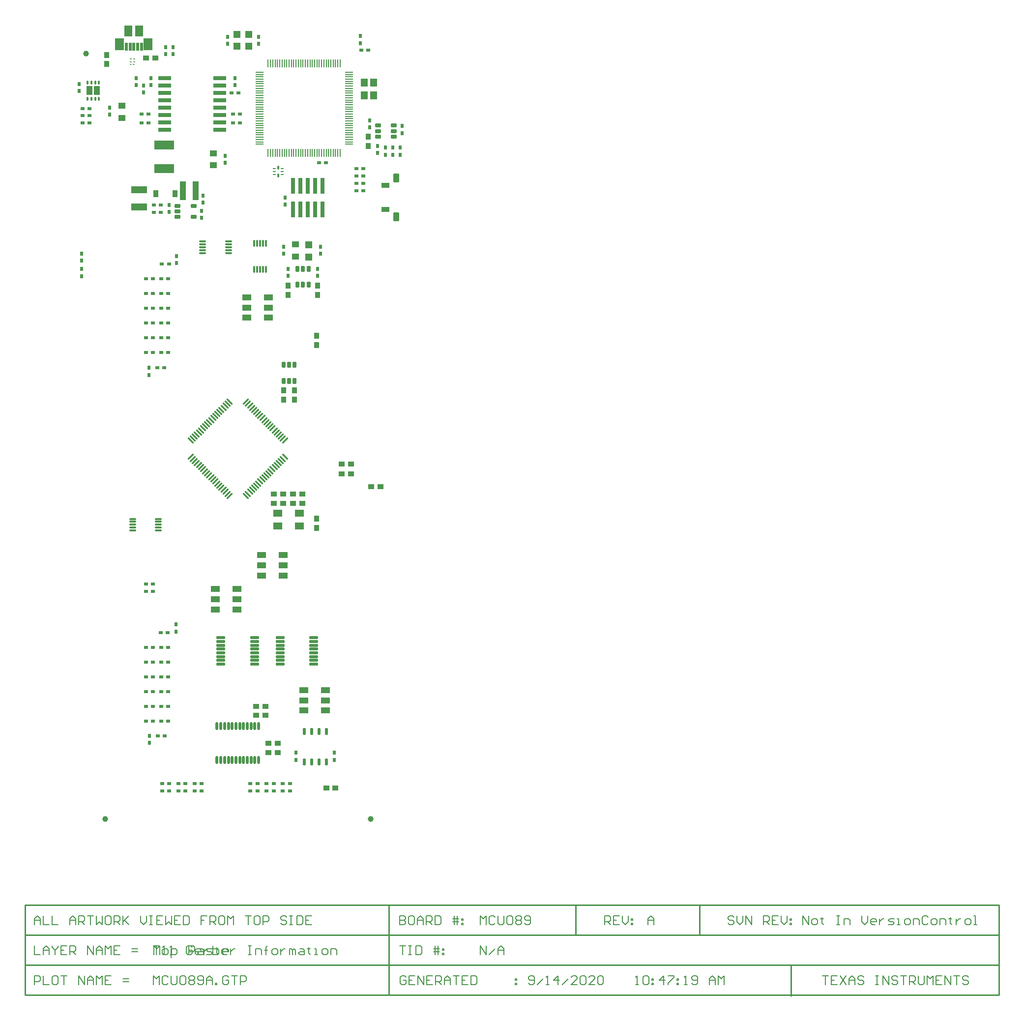
<source format=gtp>
G04*
G04 #@! TF.GenerationSoftware,Altium Limited,Altium Designer,20.1.14 (287)*
G04*
G04 Layer_Color=9021481*
%FSAX25Y25*%
%MOIN*%
G70*
G04*
G04 #@! TF.SameCoordinates,8DC34975-1D0C-4FB0-AB39-1F5E8F216BA0*
G04*
G04*
G04 #@! TF.FilePolarity,Positive*
G04*
G01*
G75*
%ADD13C,0.01000*%
%ADD22C,0.00800*%
G04:AMPARAMS|DCode=34|XSize=57.87mil|YSize=41.73mil|CornerRadius=1.88mil|HoleSize=0mil|Usage=FLASHONLY|Rotation=270.000|XOffset=0mil|YOffset=0mil|HoleType=Round|Shape=RoundedRectangle|*
%AMROUNDEDRECTD34*
21,1,0.05787,0.03798,0,0,270.0*
21,1,0.05412,0.04173,0,0,270.0*
1,1,0.00376,-0.01899,-0.02706*
1,1,0.00376,-0.01899,0.02706*
1,1,0.00376,0.01899,0.02706*
1,1,0.00376,0.01899,-0.02706*
%
%ADD34ROUNDEDRECTD34*%
%ADD35R,0.13386X0.06299*%
%ADD36R,0.04724X0.04331*%
%ADD37R,0.03937X0.12598*%
%ADD38R,0.06299X0.03937*%
%ADD39R,0.06299X0.03937*%
G04:AMPARAMS|DCode=40|XSize=57.09mil|YSize=39.37mil|CornerRadius=1.97mil|HoleSize=0mil|Usage=FLASHONLY|Rotation=270.000|XOffset=0mil|YOffset=0mil|HoleType=Round|Shape=RoundedRectangle|*
%AMROUNDEDRECTD40*
21,1,0.05709,0.03543,0,0,270.0*
21,1,0.05315,0.03937,0,0,270.0*
1,1,0.00394,-0.01772,-0.02657*
1,1,0.00394,-0.01772,0.02657*
1,1,0.00394,0.01772,0.02657*
1,1,0.00394,0.01772,-0.02657*
%
%ADD40ROUNDEDRECTD40*%
G04:AMPARAMS|DCode=41|XSize=35.43mil|YSize=51.18mil|CornerRadius=1.95mil|HoleSize=0mil|Usage=FLASHONLY|Rotation=270.000|XOffset=0mil|YOffset=0mil|HoleType=Round|Shape=RoundedRectangle|*
%AMROUNDEDRECTD41*
21,1,0.03543,0.04728,0,0,270.0*
21,1,0.03154,0.05118,0,0,270.0*
1,1,0.00390,-0.02364,-0.01577*
1,1,0.00390,-0.02364,0.01577*
1,1,0.00390,0.02364,0.01577*
1,1,0.00390,0.02364,-0.01577*
%
%ADD41ROUNDEDRECTD41*%
G04:AMPARAMS|DCode=42|XSize=25.59mil|YSize=88.58mil|CornerRadius=1.92mil|HoleSize=0mil|Usage=FLASHONLY|Rotation=270.000|XOffset=0mil|YOffset=0mil|HoleType=Round|Shape=RoundedRectangle|*
%AMROUNDEDRECTD42*
21,1,0.02559,0.08474,0,0,270.0*
21,1,0.02175,0.08858,0,0,270.0*
1,1,0.00384,-0.04237,-0.01088*
1,1,0.00384,-0.04237,0.01088*
1,1,0.00384,0.04237,0.01088*
1,1,0.00384,0.04237,-0.01088*
%
%ADD42ROUNDEDRECTD42*%
%ADD43R,0.03602X0.04803*%
%ADD44R,0.02913X0.10984*%
G04:AMPARAMS|DCode=45|XSize=9.84mil|YSize=21.65mil|CornerRadius=1.97mil|HoleSize=0mil|Usage=FLASHONLY|Rotation=270.000|XOffset=0mil|YOffset=0mil|HoleType=Round|Shape=RoundedRectangle|*
%AMROUNDEDRECTD45*
21,1,0.00984,0.01772,0,0,270.0*
21,1,0.00591,0.02165,0,0,270.0*
1,1,0.00394,-0.00886,-0.00295*
1,1,0.00394,-0.00886,0.00295*
1,1,0.00394,0.00886,0.00295*
1,1,0.00394,0.00886,-0.00295*
%
%ADD45ROUNDEDRECTD45*%
G04:AMPARAMS|DCode=46|XSize=7.87mil|YSize=21.65mil|CornerRadius=1.97mil|HoleSize=0mil|Usage=FLASHONLY|Rotation=270.000|XOffset=0mil|YOffset=0mil|HoleType=Round|Shape=RoundedRectangle|*
%AMROUNDEDRECTD46*
21,1,0.00787,0.01772,0,0,270.0*
21,1,0.00394,0.02165,0,0,270.0*
1,1,0.00394,-0.00886,-0.00197*
1,1,0.00394,-0.00886,0.00197*
1,1,0.00394,0.00886,0.00197*
1,1,0.00394,0.00886,-0.00197*
%
%ADD46ROUNDEDRECTD46*%
G04:AMPARAMS|DCode=47|XSize=11.81mil|YSize=23.62mil|CornerRadius=1.95mil|HoleSize=0mil|Usage=FLASHONLY|Rotation=180.000|XOffset=0mil|YOffset=0mil|HoleType=Round|Shape=RoundedRectangle|*
%AMROUNDEDRECTD47*
21,1,0.01181,0.01972,0,0,180.0*
21,1,0.00791,0.02362,0,0,180.0*
1,1,0.00390,-0.00396,0.00986*
1,1,0.00390,0.00396,0.00986*
1,1,0.00390,0.00396,-0.00986*
1,1,0.00390,-0.00396,-0.00986*
%
%ADD47ROUNDEDRECTD47*%
%ADD48O,0.01772X0.05512*%
G04:AMPARAMS|DCode=49|XSize=59.06mil|YSize=17.72mil|CornerRadius=1.95mil|HoleSize=0mil|Usage=FLASHONLY|Rotation=180.000|XOffset=0mil|YOffset=0mil|HoleType=Round|Shape=RoundedRectangle|*
%AMROUNDEDRECTD49*
21,1,0.05906,0.01382,0,0,180.0*
21,1,0.05516,0.01772,0,0,180.0*
1,1,0.00390,-0.02758,0.00691*
1,1,0.00390,0.02758,0.00691*
1,1,0.00390,0.02758,-0.00691*
1,1,0.00390,-0.02758,-0.00691*
%
%ADD49ROUNDEDRECTD49*%
G04:AMPARAMS|DCode=50|XSize=11.81mil|YSize=57.09mil|CornerRadius=0mil|HoleSize=0mil|Usage=FLASHONLY|Rotation=45.000|XOffset=0mil|YOffset=0mil|HoleType=Round|Shape=Round|*
%AMOVALD50*
21,1,0.04528,0.01181,0.00000,0.00000,135.0*
1,1,0.01181,0.01601,-0.01601*
1,1,0.01181,-0.01601,0.01601*
%
%ADD50OVALD50*%

G04:AMPARAMS|DCode=51|XSize=11.81mil|YSize=57.09mil|CornerRadius=0mil|HoleSize=0mil|Usage=FLASHONLY|Rotation=315.000|XOffset=0mil|YOffset=0mil|HoleType=Round|Shape=Round|*
%AMOVALD51*
21,1,0.04528,0.01181,0.00000,0.00000,45.0*
1,1,0.01181,-0.01601,-0.01601*
1,1,0.01181,0.01601,0.01601*
%
%ADD51OVALD51*%

%ADD52O,0.05512X0.00787*%
%ADD53O,0.00787X0.05512*%
%ADD54R,0.04724X0.05512*%
G04:AMPARAMS|DCode=55|XSize=17.72mil|YSize=54.33mil|CornerRadius=1.95mil|HoleSize=0mil|Usage=FLASHONLY|Rotation=0.000|XOffset=0mil|YOffset=0mil|HoleType=Round|Shape=RoundedRectangle|*
%AMROUNDEDRECTD55*
21,1,0.01772,0.05043,0,0,0.0*
21,1,0.01382,0.05433,0,0,0.0*
1,1,0.00390,0.00691,-0.02522*
1,1,0.00390,-0.00691,-0.02522*
1,1,0.00390,-0.00691,0.02522*
1,1,0.00390,0.00691,0.02522*
%
%ADD55ROUNDEDRECTD55*%
G04:AMPARAMS|DCode=56|XSize=54.13mil|YSize=74.8mil|CornerRadius=1.9mil|HoleSize=0mil|Usage=FLASHONLY|Rotation=0.000|XOffset=0mil|YOffset=0mil|HoleType=Round|Shape=RoundedRectangle|*
%AMROUNDEDRECTD56*
21,1,0.05413,0.07101,0,0,0.0*
21,1,0.05034,0.07480,0,0,0.0*
1,1,0.00379,0.02517,-0.03551*
1,1,0.00379,-0.02517,-0.03551*
1,1,0.00379,-0.02517,0.03551*
1,1,0.00379,0.02517,0.03551*
%
%ADD56ROUNDEDRECTD56*%
G04:AMPARAMS|DCode=57|XSize=58.07mil|YSize=82.68mil|CornerRadius=2.03mil|HoleSize=0mil|Usage=FLASHONLY|Rotation=0.000|XOffset=0mil|YOffset=0mil|HoleType=Round|Shape=RoundedRectangle|*
%AMROUNDEDRECTD57*
21,1,0.05807,0.07861,0,0,0.0*
21,1,0.05401,0.08268,0,0,0.0*
1,1,0.00407,0.02700,-0.03931*
1,1,0.00407,-0.02700,-0.03931*
1,1,0.00407,-0.02700,0.03931*
1,1,0.00407,0.02700,0.03931*
%
%ADD57ROUNDEDRECTD57*%
%ADD58R,0.04724X0.04724*%
%ADD59C,0.03937*%
%ADD60R,0.06299X0.04921*%
G04:AMPARAMS|DCode=61|XSize=7.87mil|YSize=13.78mil|CornerRadius=1.99mil|HoleSize=0mil|Usage=FLASHONLY|Rotation=270.000|XOffset=0mil|YOffset=0mil|HoleType=Round|Shape=RoundedRectangle|*
%AMROUNDEDRECTD61*
21,1,0.00787,0.00980,0,0,270.0*
21,1,0.00390,0.01378,0,0,270.0*
1,1,0.00398,-0.00490,-0.00195*
1,1,0.00398,-0.00490,0.00195*
1,1,0.00398,0.00490,0.00195*
1,1,0.00398,0.00490,-0.00195*
%
%ADD61ROUNDEDRECTD61*%
G04:AMPARAMS|DCode=62|XSize=7.87mil|YSize=11.81mil|CornerRadius=1.99mil|HoleSize=0mil|Usage=FLASHONLY|Rotation=270.000|XOffset=0mil|YOffset=0mil|HoleType=Round|Shape=RoundedRectangle|*
%AMROUNDEDRECTD62*
21,1,0.00787,0.00784,0,0,270.0*
21,1,0.00390,0.01181,0,0,270.0*
1,1,0.00398,-0.00392,-0.00195*
1,1,0.00398,-0.00392,0.00195*
1,1,0.00398,0.00392,0.00195*
1,1,0.00398,0.00392,-0.00195*
%
%ADD62ROUNDEDRECTD62*%
%ADD63O,0.01181X0.05315*%
G04:AMPARAMS|DCode=64|XSize=23.62mil|YSize=39.37mil|CornerRadius=2.01mil|HoleSize=0mil|Usage=FLASHONLY|Rotation=270.000|XOffset=0mil|YOffset=0mil|HoleType=Round|Shape=RoundedRectangle|*
%AMROUNDEDRECTD64*
21,1,0.02362,0.03535,0,0,270.0*
21,1,0.01961,0.03937,0,0,270.0*
1,1,0.00402,-0.01768,-0.00980*
1,1,0.00402,-0.01768,0.00980*
1,1,0.00402,0.01768,0.00980*
1,1,0.00402,0.01768,-0.00980*
%
%ADD64ROUNDEDRECTD64*%
G04:AMPARAMS|DCode=65|XSize=23.62mil|YSize=39.37mil|CornerRadius=2.01mil|HoleSize=0mil|Usage=FLASHONLY|Rotation=180.000|XOffset=0mil|YOffset=0mil|HoleType=Round|Shape=RoundedRectangle|*
%AMROUNDEDRECTD65*
21,1,0.02362,0.03535,0,0,180.0*
21,1,0.01961,0.03937,0,0,180.0*
1,1,0.00402,-0.00980,0.01768*
1,1,0.00402,0.00980,0.01768*
1,1,0.00402,0.00980,-0.01768*
1,1,0.00402,-0.00980,-0.01768*
%
%ADD65ROUNDEDRECTD65*%
%ADD66O,0.02165X0.04921*%
%ADD67R,0.10630X0.05118*%
%ADD68R,0.03740X0.03937*%
%ADD69R,0.02362X0.03150*%
%ADD70R,0.03150X0.02362*%
%ADD71R,0.03937X0.03740*%
%ADD72O,0.05315X0.01181*%
G54D13*
X0559400Y0039400D02*
Y0059683D01*
X0440500Y0040050D02*
X0700200D01*
Y0101050D01*
X0286500Y0040050D02*
Y0101050D01*
X0040000Y0040050D02*
Y0101050D01*
X0040050Y0040050D02*
X0197600D01*
X0040050D02*
Y0101050D01*
X0700200D01*
X0040000Y0040050D02*
X0440500D01*
X0040000Y0060383D02*
X0700000D01*
X0040000Y0080717D02*
X0700200D01*
X0413200D02*
Y0101050D01*
X0497200Y0080717D02*
Y0101050D01*
G54D22*
X0126900Y0073549D02*
X0130899D01*
X0128899D01*
Y0067551D01*
X0133898D02*
X0135897D01*
X0136897Y0068550D01*
Y0070550D01*
X0135897Y0071549D01*
X0133898D01*
X0132898Y0070550D01*
Y0068550D01*
X0133898Y0067551D01*
X0138896Y0065551D02*
Y0071549D01*
X0141895D01*
X0142895Y0070550D01*
Y0068550D01*
X0141895Y0067551D01*
X0138896D01*
X0150892D02*
Y0073549D01*
X0153891D01*
X0154891Y0072549D01*
Y0070550D01*
X0153891Y0069550D01*
X0150892D01*
X0157890Y0071549D02*
X0159889D01*
X0160889Y0070550D01*
Y0067551D01*
X0157890D01*
X0156890Y0068550D01*
X0157890Y0069550D01*
X0160889D01*
X0162888Y0067551D02*
X0165887D01*
X0166887Y0068550D01*
X0165887Y0069550D01*
X0163888D01*
X0162888Y0070550D01*
X0163888Y0071549D01*
X0166887D01*
X0169886Y0072549D02*
Y0071549D01*
X0168886D01*
X0170886D01*
X0169886D01*
Y0068550D01*
X0170886Y0067551D01*
X0176884D02*
X0174884D01*
X0173885Y0068550D01*
Y0070550D01*
X0174884Y0071549D01*
X0176884D01*
X0177884Y0070550D01*
Y0069550D01*
X0173885D01*
X0127200Y0067400D02*
Y0073398D01*
X0129199Y0071399D01*
X0131199Y0073398D01*
Y0067400D01*
X0133198D02*
X0135197D01*
X0134198D01*
Y0073398D01*
X0133198Y0072398D01*
X0138196Y0067400D02*
X0140196D01*
X0139196D01*
Y0073398D01*
X0138196Y0072398D01*
X0153192D02*
X0152192Y0073398D01*
X0150193D01*
X0149193Y0072398D01*
Y0068400D01*
X0150193Y0067400D01*
X0152192D01*
X0153192Y0068400D01*
Y0070399D01*
X0151192D01*
X0158190Y0067400D02*
X0156191D01*
X0155191Y0068400D01*
Y0070399D01*
X0156191Y0071399D01*
X0158190D01*
X0159190Y0070399D01*
Y0069399D01*
X0155191D01*
X0161189Y0071399D02*
Y0067400D01*
Y0069399D01*
X0162189Y0070399D01*
X0163188Y0071399D01*
X0164188D01*
X0167187Y0073398D02*
Y0067400D01*
X0170186D01*
X0171186Y0068400D01*
Y0069399D01*
Y0070399D01*
X0170186Y0071399D01*
X0167187D01*
X0176184Y0067400D02*
X0174185D01*
X0173185Y0068400D01*
Y0070399D01*
X0174185Y0071399D01*
X0176184D01*
X0177184Y0070399D01*
Y0069399D01*
X0173185D01*
X0179183Y0071399D02*
Y0067400D01*
Y0069399D01*
X0180183Y0070399D01*
X0181183Y0071399D01*
X0182182D01*
X0191179Y0073398D02*
X0193179D01*
X0192179D01*
Y0067400D01*
X0191179D01*
X0193179D01*
X0196178D02*
Y0071399D01*
X0199177D01*
X0200176Y0070399D01*
Y0067400D01*
X0203175D02*
Y0072398D01*
Y0070399D01*
X0202176D01*
X0204175D01*
X0203175D01*
Y0072398D01*
X0204175Y0073398D01*
X0208174Y0067400D02*
X0210173D01*
X0211173Y0068400D01*
Y0070399D01*
X0210173Y0071399D01*
X0208174D01*
X0207174Y0070399D01*
Y0068400D01*
X0208174Y0067400D01*
X0213172Y0071399D02*
Y0067400D01*
Y0069399D01*
X0214172Y0070399D01*
X0215172Y0071399D01*
X0216171D01*
X0219170Y0067400D02*
Y0071399D01*
X0220170D01*
X0221170Y0070399D01*
Y0067400D01*
Y0070399D01*
X0222169Y0071399D01*
X0223169Y0070399D01*
Y0067400D01*
X0226168Y0071399D02*
X0228167D01*
X0229167Y0070399D01*
Y0067400D01*
X0226168D01*
X0225168Y0068400D01*
X0226168Y0069399D01*
X0229167D01*
X0232166Y0072398D02*
Y0071399D01*
X0231166D01*
X0233166D01*
X0232166D01*
Y0068400D01*
X0233166Y0067400D01*
X0236165D02*
X0238164D01*
X0237164D01*
Y0071399D01*
X0236165D01*
X0242163Y0067400D02*
X0244162D01*
X0245162Y0068400D01*
Y0070399D01*
X0244162Y0071399D01*
X0242163D01*
X0241163Y0070399D01*
Y0068400D01*
X0242163Y0067400D01*
X0247161D02*
Y0071399D01*
X0250160D01*
X0251160Y0070399D01*
Y0067400D01*
X0348550Y0067500D02*
Y0073498D01*
X0352549Y0067500D01*
Y0073498D01*
X0354548Y0067500D02*
X0358547Y0071499D01*
X0360546Y0067500D02*
Y0071499D01*
X0362545Y0073498D01*
X0364545Y0071499D01*
Y0067500D01*
Y0070499D01*
X0360546D01*
X0294000Y0073498D02*
X0297999D01*
X0295999D01*
Y0067500D01*
X0299998Y0073498D02*
X0301997D01*
X0300998D01*
Y0067500D01*
X0299998D01*
X0301997D01*
X0304996Y0073498D02*
Y0067500D01*
X0307996D01*
X0308995Y0068500D01*
Y0072498D01*
X0307996Y0073498D01*
X0304996D01*
X0317992Y0067500D02*
Y0073498D01*
X0319992D02*
Y0067500D01*
X0316993Y0071499D02*
X0319992D01*
X0320991D01*
X0316993Y0069499D02*
X0320991D01*
X0322991Y0071499D02*
X0323990D01*
Y0070499D01*
X0322991D01*
Y0071499D01*
Y0068500D02*
X0323990D01*
Y0067500D01*
X0322991D01*
Y0068500D01*
X0580500Y0052965D02*
X0584499D01*
X0582499D01*
Y0046966D01*
X0590497Y0052965D02*
X0586498D01*
Y0046966D01*
X0590497D01*
X0586498Y0049966D02*
X0588497D01*
X0592496Y0052965D02*
X0596495Y0046966D01*
Y0052965D02*
X0592496Y0046966D01*
X0598494D02*
Y0050965D01*
X0600493Y0052965D01*
X0602493Y0050965D01*
Y0046966D01*
Y0049966D01*
X0598494D01*
X0608491Y0051965D02*
X0607491Y0052965D01*
X0605492D01*
X0604492Y0051965D01*
Y0050965D01*
X0605492Y0049966D01*
X0607491D01*
X0608491Y0048966D01*
Y0047966D01*
X0607491Y0046966D01*
X0605492D01*
X0604492Y0047966D01*
X0616488Y0052965D02*
X0618488D01*
X0617488D01*
Y0046966D01*
X0616488D01*
X0618488D01*
X0621487D02*
Y0052965D01*
X0625486Y0046966D01*
Y0052965D01*
X0631484Y0051965D02*
X0630484Y0052965D01*
X0628484D01*
X0627485Y0051965D01*
Y0050965D01*
X0628484Y0049966D01*
X0630484D01*
X0631484Y0048966D01*
Y0047966D01*
X0630484Y0046966D01*
X0628484D01*
X0627485Y0047966D01*
X0633483Y0052965D02*
X0637482D01*
X0635482D01*
Y0046966D01*
X0639481D02*
Y0052965D01*
X0642480D01*
X0643480Y0051965D01*
Y0049966D01*
X0642480Y0048966D01*
X0639481D01*
X0641480D02*
X0643480Y0046966D01*
X0645479Y0052965D02*
Y0047966D01*
X0646479Y0046966D01*
X0648478D01*
X0649478Y0047966D01*
Y0052965D01*
X0651477Y0046966D02*
Y0052965D01*
X0653476Y0050965D01*
X0655476Y0052965D01*
Y0046966D01*
X0661474Y0052965D02*
X0657475D01*
Y0046966D01*
X0661474D01*
X0657475Y0049966D02*
X0659474D01*
X0663473Y0046966D02*
Y0052965D01*
X0667472Y0046966D01*
Y0052965D01*
X0669471D02*
X0673470D01*
X0671471D01*
Y0046966D01*
X0679468Y0051965D02*
X0678468Y0052965D01*
X0676469D01*
X0675469Y0051965D01*
Y0050965D01*
X0676469Y0049966D01*
X0678468D01*
X0679468Y0048966D01*
Y0047966D01*
X0678468Y0046966D01*
X0676469D01*
X0675469Y0047966D01*
X0454050Y0046966D02*
X0456049D01*
X0455050D01*
Y0052965D01*
X0454050Y0051965D01*
X0459048D02*
X0460048Y0052965D01*
X0462047D01*
X0463047Y0051965D01*
Y0047966D01*
X0462047Y0046966D01*
X0460048D01*
X0459048Y0047966D01*
Y0051965D01*
X0465046Y0050965D02*
X0466046D01*
Y0049966D01*
X0465046D01*
Y0050965D01*
Y0047966D02*
X0466046D01*
Y0046966D01*
X0465046D01*
Y0047966D01*
X0473044Y0046966D02*
Y0052965D01*
X0470045Y0049966D01*
X0474044D01*
X0476043Y0052965D02*
X0480042D01*
Y0051965D01*
X0476043Y0047966D01*
Y0046966D01*
X0482041Y0050965D02*
X0483041D01*
Y0049966D01*
X0482041D01*
Y0050965D01*
Y0047966D02*
X0483041D01*
Y0046966D01*
X0482041D01*
Y0047966D01*
X0487039Y0046966D02*
X0489039D01*
X0488039D01*
Y0052965D01*
X0487039Y0051965D01*
X0492038Y0047966D02*
X0493037Y0046966D01*
X0495037D01*
X0496036Y0047966D01*
Y0051965D01*
X0495037Y0052965D01*
X0493037D01*
X0492038Y0051965D01*
Y0050965D01*
X0493037Y0049966D01*
X0496036D01*
X0504034Y0046966D02*
Y0050965D01*
X0506033Y0052965D01*
X0508033Y0050965D01*
Y0046966D01*
Y0049966D01*
X0504034D01*
X0510032Y0046966D02*
Y0052965D01*
X0512031Y0050965D01*
X0514031Y0052965D01*
Y0046966D01*
X0046350D02*
Y0052965D01*
X0049349D01*
X0050349Y0051965D01*
Y0049966D01*
X0049349Y0048966D01*
X0046350D01*
X0052348Y0052965D02*
Y0046966D01*
X0056347D01*
X0061345Y0052965D02*
X0059346D01*
X0058346Y0051965D01*
Y0047966D01*
X0059346Y0046966D01*
X0061345D01*
X0062345Y0047966D01*
Y0051965D01*
X0061345Y0052965D01*
X0064344D02*
X0068343D01*
X0066343D01*
Y0046966D01*
X0076340D02*
Y0052965D01*
X0080339Y0046966D01*
Y0052965D01*
X0082338Y0046966D02*
Y0050965D01*
X0084338Y0052965D01*
X0086337Y0050965D01*
Y0046966D01*
Y0049966D01*
X0082338D01*
X0088336Y0046966D02*
Y0052965D01*
X0090336Y0050965D01*
X0092335Y0052965D01*
Y0046966D01*
X0098333Y0052965D02*
X0094335D01*
Y0046966D01*
X0098333D01*
X0094335Y0049966D02*
X0096334D01*
X0106331Y0048966D02*
X0110329D01*
X0106331Y0050965D02*
X0110329D01*
X0046350Y0073549D02*
Y0067551D01*
X0050349D01*
X0052348D02*
Y0071549D01*
X0054347Y0073549D01*
X0056347Y0071549D01*
Y0067551D01*
Y0070550D01*
X0052348D01*
X0058346Y0073549D02*
Y0072549D01*
X0060346Y0070550D01*
X0062345Y0072549D01*
Y0073549D01*
X0060346Y0070550D02*
Y0067551D01*
X0068343Y0073549D02*
X0064344D01*
Y0067551D01*
X0068343D01*
X0064344Y0070550D02*
X0066343D01*
X0070342Y0067551D02*
Y0073549D01*
X0073341D01*
X0074341Y0072549D01*
Y0070550D01*
X0073341Y0069550D01*
X0070342D01*
X0072342D02*
X0074341Y0067551D01*
X0082338D02*
Y0073549D01*
X0086337Y0067551D01*
Y0073549D01*
X0088336Y0067551D02*
Y0071549D01*
X0090336Y0073549D01*
X0092335Y0071549D01*
Y0067551D01*
Y0070550D01*
X0088336D01*
X0094335Y0067551D02*
Y0073549D01*
X0096334Y0071549D01*
X0098333Y0073549D01*
Y0067551D01*
X0104331Y0073549D02*
X0100332D01*
Y0067551D01*
X0104331D01*
X0100332Y0070550D02*
X0102332D01*
X0112329Y0069550D02*
X0116327D01*
X0112329Y0071549D02*
X0116327D01*
X0294000Y0093831D02*
Y0087833D01*
X0296999D01*
X0297999Y0088833D01*
Y0089833D01*
X0296999Y0090832D01*
X0294000D01*
X0296999D01*
X0297999Y0091832D01*
Y0092832D01*
X0296999Y0093831D01*
X0294000D01*
X0302997D02*
X0300998D01*
X0299998Y0092832D01*
Y0088833D01*
X0300998Y0087833D01*
X0302997D01*
X0303997Y0088833D01*
Y0092832D01*
X0302997Y0093831D01*
X0305996Y0087833D02*
Y0091832D01*
X0307996Y0093831D01*
X0309995Y0091832D01*
Y0087833D01*
Y0090832D01*
X0305996D01*
X0311994Y0087833D02*
Y0093831D01*
X0314993D01*
X0315993Y0092832D01*
Y0090832D01*
X0314993Y0089833D01*
X0311994D01*
X0313994D02*
X0315993Y0087833D01*
X0317992Y0093831D02*
Y0087833D01*
X0320991D01*
X0321991Y0088833D01*
Y0092832D01*
X0320991Y0093831D01*
X0317992D01*
X0330988Y0087833D02*
Y0093831D01*
X0332987D02*
Y0087833D01*
X0329988Y0091832D02*
X0332987D01*
X0333987D01*
X0329988Y0089833D02*
X0333987D01*
X0335986Y0091832D02*
X0336986D01*
Y0090832D01*
X0335986D01*
Y0091832D01*
Y0088833D02*
X0336986D01*
Y0087833D01*
X0335986D01*
Y0088833D01*
X0348550Y0087833D02*
Y0093831D01*
X0350549Y0091832D01*
X0352549Y0093831D01*
Y0087833D01*
X0358547Y0092832D02*
X0357547Y0093831D01*
X0355548D01*
X0354548Y0092832D01*
Y0088833D01*
X0355548Y0087833D01*
X0357547D01*
X0358547Y0088833D01*
X0360546Y0093831D02*
Y0088833D01*
X0361546Y0087833D01*
X0363545D01*
X0364545Y0088833D01*
Y0093831D01*
X0366544Y0092832D02*
X0367544Y0093831D01*
X0369543D01*
X0370543Y0092832D01*
Y0088833D01*
X0369543Y0087833D01*
X0367544D01*
X0366544Y0088833D01*
Y0092832D01*
X0372542D02*
X0373542Y0093831D01*
X0375541D01*
X0376541Y0092832D01*
Y0091832D01*
X0375541Y0090832D01*
X0376541Y0089833D01*
Y0088833D01*
X0375541Y0087833D01*
X0373542D01*
X0372542Y0088833D01*
Y0089833D01*
X0373542Y0090832D01*
X0372542Y0091832D01*
Y0092832D01*
X0373542Y0090832D02*
X0375541D01*
X0378540Y0088833D02*
X0379540Y0087833D01*
X0381539D01*
X0382539Y0088833D01*
Y0092832D01*
X0381539Y0093831D01*
X0379540D01*
X0378540Y0092832D01*
Y0091832D01*
X0379540Y0090832D01*
X0382539D01*
X0462150Y0087833D02*
Y0091832D01*
X0464149Y0093831D01*
X0466149Y0091832D01*
Y0087833D01*
Y0090832D01*
X0462150D01*
X0046350Y0087833D02*
Y0091832D01*
X0048349Y0093831D01*
X0050349Y0091832D01*
Y0087833D01*
Y0090832D01*
X0046350D01*
X0052348Y0093831D02*
Y0087833D01*
X0056347D01*
X0058346Y0093831D02*
Y0087833D01*
X0062345D01*
X0070342D02*
Y0091832D01*
X0072342Y0093831D01*
X0074341Y0091832D01*
Y0087833D01*
Y0090832D01*
X0070342D01*
X0076340Y0087833D02*
Y0093831D01*
X0079339D01*
X0080339Y0092832D01*
Y0090832D01*
X0079339Y0089833D01*
X0076340D01*
X0078340D02*
X0080339Y0087833D01*
X0082338Y0093831D02*
X0086337D01*
X0084338D01*
Y0087833D01*
X0088336Y0093831D02*
Y0087833D01*
X0090336Y0089833D01*
X0092335Y0087833D01*
Y0093831D01*
X0097334D02*
X0095334D01*
X0094335Y0092832D01*
Y0088833D01*
X0095334Y0087833D01*
X0097334D01*
X0098333Y0088833D01*
Y0092832D01*
X0097334Y0093831D01*
X0100332Y0087833D02*
Y0093831D01*
X0103332D01*
X0104331Y0092832D01*
Y0090832D01*
X0103332Y0089833D01*
X0100332D01*
X0102332D02*
X0104331Y0087833D01*
X0106331Y0093831D02*
Y0087833D01*
Y0089833D01*
X0110329Y0093831D01*
X0107330Y0090832D01*
X0110329Y0087833D01*
X0118327Y0093831D02*
Y0089833D01*
X0120326Y0087833D01*
X0122325Y0089833D01*
Y0093831D01*
X0124325D02*
X0126324D01*
X0125324D01*
Y0087833D01*
X0124325D01*
X0126324D01*
X0133322Y0093831D02*
X0129323D01*
Y0087833D01*
X0133322D01*
X0129323Y0090832D02*
X0131323D01*
X0135321Y0093831D02*
Y0087833D01*
X0137321Y0089833D01*
X0139320Y0087833D01*
Y0093831D01*
X0145318D02*
X0141319D01*
Y0087833D01*
X0145318D01*
X0141319Y0090832D02*
X0143319D01*
X0147317Y0093831D02*
Y0087833D01*
X0150316D01*
X0151316Y0088833D01*
Y0092832D01*
X0150316Y0093831D01*
X0147317D01*
X0163312D02*
X0159313D01*
Y0090832D01*
X0161313D01*
X0159313D01*
Y0087833D01*
X0165312D02*
Y0093831D01*
X0168310D01*
X0169310Y0092832D01*
Y0090832D01*
X0168310Y0089833D01*
X0165312D01*
X0167311D02*
X0169310Y0087833D01*
X0174309Y0093831D02*
X0172309D01*
X0171310Y0092832D01*
Y0088833D01*
X0172309Y0087833D01*
X0174309D01*
X0175308Y0088833D01*
Y0092832D01*
X0174309Y0093831D01*
X0177308Y0087833D02*
Y0093831D01*
X0179307Y0091832D01*
X0181306Y0093831D01*
Y0087833D01*
X0189304Y0093831D02*
X0193303D01*
X0191303D01*
Y0087833D01*
X0198301Y0093831D02*
X0196301D01*
X0195302Y0092832D01*
Y0088833D01*
X0196301Y0087833D01*
X0198301D01*
X0199301Y0088833D01*
Y0092832D01*
X0198301Y0093831D01*
X0201300Y0087833D02*
Y0093831D01*
X0204299D01*
X0205299Y0092832D01*
Y0090832D01*
X0204299Y0089833D01*
X0201300D01*
X0217295Y0092832D02*
X0216295Y0093831D01*
X0214296D01*
X0213296Y0092832D01*
Y0091832D01*
X0214296Y0090832D01*
X0216295D01*
X0217295Y0089833D01*
Y0088833D01*
X0216295Y0087833D01*
X0214296D01*
X0213296Y0088833D01*
X0219294Y0093831D02*
X0221293D01*
X0220294D01*
Y0087833D01*
X0219294D01*
X0221293D01*
X0224292Y0093831D02*
Y0087833D01*
X0227291D01*
X0228291Y0088833D01*
Y0092832D01*
X0227291Y0093831D01*
X0224292D01*
X0234289D02*
X0230291D01*
Y0087833D01*
X0234289D01*
X0230291Y0090832D02*
X0232290D01*
X0298199Y0051965D02*
X0297199Y0052965D01*
X0295200D01*
X0294200Y0051965D01*
Y0047966D01*
X0295200Y0046966D01*
X0297199D01*
X0298199Y0047966D01*
Y0049966D01*
X0296199D01*
X0304197Y0052965D02*
X0300198D01*
Y0046966D01*
X0304197D01*
X0300198Y0049966D02*
X0302197D01*
X0306196Y0046966D02*
Y0052965D01*
X0310195Y0046966D01*
Y0052965D01*
X0316193D02*
X0312194D01*
Y0046966D01*
X0316193D01*
X0312194Y0049966D02*
X0314194D01*
X0318192Y0046966D02*
Y0052965D01*
X0321191D01*
X0322191Y0051965D01*
Y0049966D01*
X0321191Y0048966D01*
X0318192D01*
X0320192D02*
X0322191Y0046966D01*
X0324190D02*
Y0050965D01*
X0326190Y0052965D01*
X0328189Y0050965D01*
Y0046966D01*
Y0049966D01*
X0324190D01*
X0330188Y0052965D02*
X0334187D01*
X0332188D01*
Y0046966D01*
X0340185Y0052965D02*
X0336186D01*
Y0046966D01*
X0340185D01*
X0336186Y0049966D02*
X0338186D01*
X0342184Y0052965D02*
Y0046966D01*
X0345183D01*
X0346183Y0047966D01*
Y0051965D01*
X0345183Y0052965D01*
X0342184D01*
X0372175Y0050965D02*
X0373175D01*
Y0049966D01*
X0372175D01*
Y0050965D01*
Y0047966D02*
X0373175D01*
Y0046966D01*
X0372175D01*
Y0047966D01*
X0381150D02*
X0382150Y0046966D01*
X0384149D01*
X0385149Y0047966D01*
Y0051965D01*
X0384149Y0052965D01*
X0382150D01*
X0381150Y0051965D01*
Y0050965D01*
X0382150Y0049966D01*
X0385149D01*
X0387148Y0046966D02*
X0391147Y0050965D01*
X0393146Y0046966D02*
X0395146D01*
X0394146D01*
Y0052965D01*
X0393146Y0051965D01*
X0401144Y0046966D02*
Y0052965D01*
X0398145Y0049966D01*
X0402143D01*
X0404143Y0046966D02*
X0408141Y0050965D01*
X0414139Y0046966D02*
X0410141D01*
X0414139Y0050965D01*
Y0051965D01*
X0413140Y0052965D01*
X0411140D01*
X0410141Y0051965D01*
X0416139D02*
X0417138Y0052965D01*
X0419138D01*
X0420137Y0051965D01*
Y0047966D01*
X0419138Y0046966D01*
X0417138D01*
X0416139Y0047966D01*
Y0051965D01*
X0426135Y0046966D02*
X0422137D01*
X0426135Y0050965D01*
Y0051965D01*
X0425136Y0052965D01*
X0423136D01*
X0422137Y0051965D01*
X0428135D02*
X0429135Y0052965D01*
X0431134D01*
X0432133Y0051965D01*
Y0047966D01*
X0431134Y0046966D01*
X0429135D01*
X0428135Y0047966D01*
Y0051965D01*
X0126900Y0046966D02*
Y0052965D01*
X0128899Y0050965D01*
X0130899Y0052965D01*
Y0046966D01*
X0136897Y0051965D02*
X0135897Y0052965D01*
X0133898D01*
X0132898Y0051965D01*
Y0047966D01*
X0133898Y0046966D01*
X0135897D01*
X0136897Y0047966D01*
X0138896Y0052965D02*
Y0047966D01*
X0139896Y0046966D01*
X0141895D01*
X0142895Y0047966D01*
Y0052965D01*
X0144894Y0051965D02*
X0145894Y0052965D01*
X0147893D01*
X0148893Y0051965D01*
Y0047966D01*
X0147893Y0046966D01*
X0145894D01*
X0144894Y0047966D01*
Y0051965D01*
X0150892D02*
X0151892Y0052965D01*
X0153891D01*
X0154891Y0051965D01*
Y0050965D01*
X0153891Y0049966D01*
X0154891Y0048966D01*
Y0047966D01*
X0153891Y0046966D01*
X0151892D01*
X0150892Y0047966D01*
Y0048966D01*
X0151892Y0049966D01*
X0150892Y0050965D01*
Y0051965D01*
X0151892Y0049966D02*
X0153891D01*
X0156890Y0047966D02*
X0157890Y0046966D01*
X0159889D01*
X0160889Y0047966D01*
Y0051965D01*
X0159889Y0052965D01*
X0157890D01*
X0156890Y0051965D01*
Y0050965D01*
X0157890Y0049966D01*
X0160889D01*
X0162888Y0046966D02*
Y0050965D01*
X0164888Y0052965D01*
X0166887Y0050965D01*
Y0046966D01*
Y0049966D01*
X0162888D01*
X0168886Y0046966D02*
Y0047966D01*
X0169886D01*
Y0046966D01*
X0168886D01*
X0177884Y0051965D02*
X0176884Y0052965D01*
X0174884D01*
X0173885Y0051965D01*
Y0047966D01*
X0174884Y0046966D01*
X0176884D01*
X0177884Y0047966D01*
Y0049966D01*
X0175884D01*
X0179883Y0052965D02*
X0183882D01*
X0181882D01*
Y0046966D01*
X0185881D02*
Y0052965D01*
X0188880D01*
X0189880Y0051965D01*
Y0049966D01*
X0188880Y0048966D01*
X0185881D01*
X0433000Y0087833D02*
Y0093831D01*
X0435999D01*
X0436999Y0092832D01*
Y0090832D01*
X0435999Y0089833D01*
X0433000D01*
X0434999D02*
X0436999Y0087833D01*
X0442997Y0093831D02*
X0438998D01*
Y0087833D01*
X0442997D01*
X0438998Y0090832D02*
X0440997D01*
X0444996Y0093831D02*
Y0089833D01*
X0446995Y0087833D01*
X0448995Y0089833D01*
Y0093831D01*
X0450994Y0091832D02*
X0451994D01*
Y0090832D01*
X0450994D01*
Y0091832D01*
Y0088833D02*
X0451994D01*
Y0087833D01*
X0450994D01*
Y0088833D01*
X0520799Y0092832D02*
X0519799Y0093831D01*
X0517800D01*
X0516800Y0092832D01*
Y0091832D01*
X0517800Y0090832D01*
X0519799D01*
X0520799Y0089833D01*
Y0088833D01*
X0519799Y0087833D01*
X0517800D01*
X0516800Y0088833D01*
X0522798Y0093831D02*
Y0089833D01*
X0524797Y0087833D01*
X0526797Y0089833D01*
Y0093831D01*
X0528796Y0087833D02*
Y0093831D01*
X0532795Y0087833D01*
Y0093831D01*
X0540792Y0087833D02*
Y0093831D01*
X0543791D01*
X0544791Y0092832D01*
Y0090832D01*
X0543791Y0089833D01*
X0540792D01*
X0542792D02*
X0544791Y0087833D01*
X0550789Y0093831D02*
X0546790D01*
Y0087833D01*
X0550789D01*
X0546790Y0090832D02*
X0548790D01*
X0552788Y0093831D02*
Y0089833D01*
X0554788Y0087833D01*
X0556787Y0089833D01*
Y0093831D01*
X0558786Y0091832D02*
X0559786D01*
Y0090832D01*
X0558786D01*
Y0091832D01*
Y0088833D02*
X0559786D01*
Y0087833D01*
X0558786D01*
Y0088833D01*
X0567400Y0087833D02*
Y0093831D01*
X0571399Y0087833D01*
Y0093831D01*
X0574398Y0087833D02*
X0576397D01*
X0577397Y0088833D01*
Y0090832D01*
X0576397Y0091832D01*
X0574398D01*
X0573398Y0090832D01*
Y0088833D01*
X0574398Y0087833D01*
X0580396Y0092832D02*
Y0091832D01*
X0579396D01*
X0581395D01*
X0580396D01*
Y0088833D01*
X0581395Y0087833D01*
X0590393Y0093831D02*
X0592392D01*
X0591392D01*
Y0087833D01*
X0590393D01*
X0592392D01*
X0595391D02*
Y0091832D01*
X0598390D01*
X0599390Y0090832D01*
Y0087833D01*
X0607387Y0093831D02*
Y0089833D01*
X0609386Y0087833D01*
X0611386Y0089833D01*
Y0093831D01*
X0616384Y0087833D02*
X0614385D01*
X0613385Y0088833D01*
Y0090832D01*
X0614385Y0091832D01*
X0616384D01*
X0617384Y0090832D01*
Y0089833D01*
X0613385D01*
X0619383Y0091832D02*
Y0087833D01*
Y0089833D01*
X0620383Y0090832D01*
X0621383Y0091832D01*
X0622382D01*
X0625381Y0087833D02*
X0628380D01*
X0629380Y0088833D01*
X0628380Y0089833D01*
X0626381D01*
X0625381Y0090832D01*
X0626381Y0091832D01*
X0629380D01*
X0631379Y0087833D02*
X0633379D01*
X0632379D01*
Y0091832D01*
X0631379D01*
X0637377Y0087833D02*
X0639377D01*
X0640376Y0088833D01*
Y0090832D01*
X0639377Y0091832D01*
X0637377D01*
X0636378Y0090832D01*
Y0088833D01*
X0637377Y0087833D01*
X0642376D02*
Y0091832D01*
X0645375D01*
X0646374Y0090832D01*
Y0087833D01*
X0652373Y0092832D02*
X0651373Y0093831D01*
X0649373D01*
X0648374Y0092832D01*
Y0088833D01*
X0649373Y0087833D01*
X0651373D01*
X0652373Y0088833D01*
X0655372Y0087833D02*
X0657371D01*
X0658371Y0088833D01*
Y0090832D01*
X0657371Y0091832D01*
X0655372D01*
X0654372Y0090832D01*
Y0088833D01*
X0655372Y0087833D01*
X0660370D02*
Y0091832D01*
X0663369D01*
X0664369Y0090832D01*
Y0087833D01*
X0667368Y0092832D02*
Y0091832D01*
X0666368D01*
X0668367D01*
X0667368D01*
Y0088833D01*
X0668367Y0087833D01*
X0671366Y0091832D02*
Y0087833D01*
Y0089833D01*
X0672366Y0090832D01*
X0673366Y0091832D01*
X0674365D01*
X0678364Y0087833D02*
X0680364D01*
X0681363Y0088833D01*
Y0090832D01*
X0680364Y0091832D01*
X0678364D01*
X0677364Y0090832D01*
Y0088833D01*
X0678364Y0087833D01*
X0683362D02*
X0685362D01*
X0684362D01*
Y0093831D01*
X0683362D01*
G54D34*
X0088680Y0653400D02*
D03*
X0083720D02*
D03*
D03*
X0088680D02*
D03*
G54D35*
X0134200Y0616274D02*
D03*
Y0600526D02*
D03*
G54D36*
X0167700Y0610900D02*
D03*
Y0602632D02*
D03*
X0223341Y0540903D02*
D03*
Y0549171D02*
D03*
X0105700Y0643034D02*
D03*
Y0634766D02*
D03*
G54D37*
X0146816Y0585438D02*
D03*
X0155478D02*
D03*
G54D38*
X0214995Y0324510D02*
D03*
Y0331400D02*
D03*
Y0338290D02*
D03*
X0200428D02*
D03*
Y0331400D02*
D03*
Y0324510D02*
D03*
X0204865Y0513053D02*
D03*
Y0506163D02*
D03*
Y0499273D02*
D03*
X0190298D02*
D03*
Y0506163D02*
D03*
Y0513053D02*
D03*
X0183501Y0301560D02*
D03*
Y0308450D02*
D03*
Y0315340D02*
D03*
X0168934D02*
D03*
Y0308450D02*
D03*
Y0301560D02*
D03*
G54D39*
X0229090Y0233010D02*
D03*
Y0239900D02*
D03*
Y0246790D02*
D03*
X0243657D02*
D03*
Y0239900D02*
D03*
Y0233010D02*
D03*
G54D40*
X0291531Y0567613D02*
D03*
X0291531Y0594187D02*
D03*
G54D41*
X0284444Y0572632D02*
D03*
Y0589168D02*
D03*
G54D42*
X0134499Y0661900D02*
D03*
Y0656900D02*
D03*
Y0651900D02*
D03*
Y0646900D02*
D03*
Y0641900D02*
D03*
Y0636900D02*
D03*
Y0631900D02*
D03*
Y0626900D02*
D03*
X0171901Y0661900D02*
D03*
Y0656900D02*
D03*
Y0651900D02*
D03*
Y0646900D02*
D03*
Y0641900D02*
D03*
Y0636900D02*
D03*
Y0631900D02*
D03*
Y0626900D02*
D03*
G54D43*
X0141647Y0583400D02*
D03*
X0128753D02*
D03*
G54D44*
X0221700Y0572888D02*
D03*
X0226700D02*
D03*
X0231700D02*
D03*
X0236700D02*
D03*
X0221700Y0588912D02*
D03*
X0226700D02*
D03*
X0231700D02*
D03*
X0236700D02*
D03*
X0241700Y0572888D02*
D03*
Y0588912D02*
D03*
G54D45*
X0209043Y0596431D02*
D03*
Y0600368D02*
D03*
X0214357D02*
D03*
Y0596431D02*
D03*
G54D46*
X0209043Y0598400D02*
D03*
X0214357D02*
D03*
G54D47*
X0211700Y0600959D02*
D03*
Y0595841D02*
D03*
X0090039Y0658912D02*
D03*
X0087480D02*
D03*
X0084921D02*
D03*
X0082361D02*
D03*
Y0647888D02*
D03*
X0084921D02*
D03*
X0087480D02*
D03*
X0090039D02*
D03*
G54D48*
X0198275Y0222514D02*
D03*
X0195716D02*
D03*
X0193157D02*
D03*
X0190598D02*
D03*
X0188039D02*
D03*
X0185479D02*
D03*
X0182921D02*
D03*
X0180361D02*
D03*
X0177802D02*
D03*
X0175243D02*
D03*
X0172684D02*
D03*
X0170125D02*
D03*
X0198275Y0199286D02*
D03*
X0195716D02*
D03*
X0193157D02*
D03*
X0190598D02*
D03*
X0188039D02*
D03*
X0185479D02*
D03*
X0182921D02*
D03*
X0180361D02*
D03*
X0177802D02*
D03*
X0175243D02*
D03*
X0172684D02*
D03*
X0170125D02*
D03*
G54D49*
X0235655Y0264443D02*
D03*
Y0267002D02*
D03*
Y0269561D02*
D03*
Y0272120D02*
D03*
Y0274679D02*
D03*
Y0277239D02*
D03*
Y0279798D02*
D03*
Y0282357D02*
D03*
X0212821D02*
D03*
Y0279798D02*
D03*
Y0277239D02*
D03*
Y0274679D02*
D03*
Y0272120D02*
D03*
Y0269561D02*
D03*
Y0267002D02*
D03*
Y0264443D02*
D03*
X0195617D02*
D03*
Y0267002D02*
D03*
Y0269561D02*
D03*
Y0272120D02*
D03*
Y0274679D02*
D03*
Y0277239D02*
D03*
Y0279798D02*
D03*
Y0282357D02*
D03*
X0172783D02*
D03*
Y0279798D02*
D03*
Y0277239D02*
D03*
Y0274679D02*
D03*
Y0272120D02*
D03*
Y0269561D02*
D03*
Y0267002D02*
D03*
Y0264443D02*
D03*
G54D50*
X0178700Y0442400D02*
D03*
X0177308Y0441008D02*
D03*
X0175916Y0439616D02*
D03*
X0174524Y0438224D02*
D03*
X0173132Y0436832D02*
D03*
X0171740Y0435440D02*
D03*
X0170348Y0434048D02*
D03*
X0168956Y0432656D02*
D03*
X0167564Y0431264D02*
D03*
X0166173Y0429873D02*
D03*
X0164781Y0428481D02*
D03*
X0163389Y0427089D02*
D03*
X0161997Y0425697D02*
D03*
X0160605Y0424305D02*
D03*
X0159213Y0422913D02*
D03*
X0157821Y0421521D02*
D03*
X0156429Y0420129D02*
D03*
X0155037Y0418737D02*
D03*
X0153645Y0417345D02*
D03*
X0152253Y0415953D02*
D03*
X0189696Y0378510D02*
D03*
X0191088Y0379902D02*
D03*
X0192480Y0381294D02*
D03*
X0193872Y0382686D02*
D03*
X0195264Y0384078D02*
D03*
X0196656Y0385470D02*
D03*
X0198048Y0386861D02*
D03*
X0199440Y0388253D02*
D03*
X0200832Y0389645D02*
D03*
X0202224Y0391037D02*
D03*
X0203616Y0392429D02*
D03*
X0205008Y0393821D02*
D03*
X0206400Y0395213D02*
D03*
X0207792Y0396605D02*
D03*
X0209184Y0397997D02*
D03*
X0210576Y0399389D02*
D03*
X0211967Y0400781D02*
D03*
X0213359Y0402173D02*
D03*
X0214751Y0403565D02*
D03*
X0216143Y0404957D02*
D03*
G54D51*
X0152253D02*
D03*
X0153645Y0403565D02*
D03*
X0155037Y0402173D02*
D03*
X0156429Y0400781D02*
D03*
X0157821Y0399389D02*
D03*
X0159213Y0397997D02*
D03*
X0160605Y0396605D02*
D03*
X0161997Y0395213D02*
D03*
X0163389Y0393821D02*
D03*
X0164781Y0392429D02*
D03*
X0166173Y0391037D02*
D03*
X0167564Y0389645D02*
D03*
X0168956Y0388253D02*
D03*
X0170348Y0386861D02*
D03*
X0171740Y0385470D02*
D03*
X0173132Y0384078D02*
D03*
X0174524Y0382686D02*
D03*
X0175916Y0381294D02*
D03*
X0177308Y0379902D02*
D03*
X0178700Y0378510D02*
D03*
X0216143Y0415953D02*
D03*
X0214751Y0417345D02*
D03*
X0213359Y0418737D02*
D03*
X0211967Y0420129D02*
D03*
X0210576Y0421521D02*
D03*
X0209184Y0422913D02*
D03*
X0207792Y0424305D02*
D03*
X0206400Y0425697D02*
D03*
X0205008Y0427089D02*
D03*
X0203616Y0428481D02*
D03*
X0202224Y0429873D02*
D03*
X0200832Y0431264D02*
D03*
X0199440Y0432656D02*
D03*
X0198048Y0434048D02*
D03*
X0196656Y0435440D02*
D03*
X0195264Y0436832D02*
D03*
X0193872Y0438224D02*
D03*
X0192480Y0439616D02*
D03*
X0191088Y0441008D02*
D03*
X0189696Y0442400D02*
D03*
G54D52*
X0198885Y0665809D02*
D03*
Y0664235D02*
D03*
Y0662660D02*
D03*
Y0661085D02*
D03*
Y0659510D02*
D03*
Y0657935D02*
D03*
Y0656361D02*
D03*
Y0654786D02*
D03*
Y0653211D02*
D03*
Y0651636D02*
D03*
Y0650061D02*
D03*
Y0648487D02*
D03*
Y0646912D02*
D03*
Y0645337D02*
D03*
Y0643762D02*
D03*
Y0642187D02*
D03*
Y0640613D02*
D03*
Y0639038D02*
D03*
Y0637463D02*
D03*
Y0635888D02*
D03*
Y0634313D02*
D03*
Y0632739D02*
D03*
Y0631164D02*
D03*
Y0629589D02*
D03*
Y0628014D02*
D03*
Y0626439D02*
D03*
Y0624865D02*
D03*
Y0623290D02*
D03*
Y0621715D02*
D03*
Y0620140D02*
D03*
Y0618565D02*
D03*
Y0616991D02*
D03*
X0259515D02*
D03*
Y0618565D02*
D03*
Y0620140D02*
D03*
Y0621715D02*
D03*
Y0623290D02*
D03*
Y0624865D02*
D03*
Y0626439D02*
D03*
Y0628014D02*
D03*
Y0629589D02*
D03*
Y0631164D02*
D03*
Y0632739D02*
D03*
Y0634313D02*
D03*
Y0635888D02*
D03*
Y0637463D02*
D03*
Y0639038D02*
D03*
Y0640613D02*
D03*
Y0642187D02*
D03*
Y0643762D02*
D03*
Y0645337D02*
D03*
Y0646912D02*
D03*
Y0648487D02*
D03*
Y0650061D02*
D03*
Y0651636D02*
D03*
Y0653211D02*
D03*
Y0654786D02*
D03*
Y0656361D02*
D03*
Y0657935D02*
D03*
Y0659510D02*
D03*
Y0661085D02*
D03*
Y0662660D02*
D03*
Y0664235D02*
D03*
Y0665809D02*
D03*
G54D53*
X0204791Y0611085D02*
D03*
X0206365D02*
D03*
X0207940D02*
D03*
X0209515D02*
D03*
X0211090D02*
D03*
X0212665D02*
D03*
X0214239D02*
D03*
X0215814D02*
D03*
X0217389D02*
D03*
X0218964D02*
D03*
X0220539D02*
D03*
X0222113D02*
D03*
X0223688D02*
D03*
X0225263D02*
D03*
X0226838D02*
D03*
X0228413D02*
D03*
X0229987D02*
D03*
X0231562D02*
D03*
X0233137D02*
D03*
X0234712D02*
D03*
X0236287D02*
D03*
X0237861D02*
D03*
X0239436D02*
D03*
X0241011D02*
D03*
X0242586D02*
D03*
X0244161D02*
D03*
X0245735D02*
D03*
X0247310D02*
D03*
X0248885D02*
D03*
X0250460D02*
D03*
X0252035D02*
D03*
X0253609D02*
D03*
Y0671715D02*
D03*
X0252035D02*
D03*
X0250460D02*
D03*
X0248885D02*
D03*
X0247310D02*
D03*
X0245735D02*
D03*
X0244161D02*
D03*
X0242586D02*
D03*
X0241011D02*
D03*
X0239436D02*
D03*
X0237861D02*
D03*
X0236287D02*
D03*
X0234712D02*
D03*
X0233137D02*
D03*
X0231562D02*
D03*
X0229987D02*
D03*
X0228413D02*
D03*
X0226838D02*
D03*
X0225263D02*
D03*
X0223688D02*
D03*
X0222113D02*
D03*
X0220539D02*
D03*
X0218964D02*
D03*
X0217389D02*
D03*
X0215814D02*
D03*
X0214239D02*
D03*
X0212665D02*
D03*
X0211090D02*
D03*
X0209515D02*
D03*
X0207940D02*
D03*
X0206365D02*
D03*
X0204791D02*
D03*
G54D54*
X0276350Y0650069D02*
D03*
Y0658731D02*
D03*
X0270050Y0650069D02*
D03*
Y0658731D02*
D03*
G54D55*
X0118818Y0683219D02*
D03*
X0116259Y0683219D02*
D03*
X0113700Y0683219D02*
D03*
X0111141Y0683219D02*
D03*
X0108582Y0683219D02*
D03*
G54D56*
X0117391Y0693691D02*
D03*
X0110009D02*
D03*
G54D57*
X0123395Y0684636D02*
D03*
X0104005D02*
D03*
G54D58*
X0183700Y0683266D02*
D03*
Y0691534D02*
D03*
X0232404Y0548786D02*
D03*
Y0540519D02*
D03*
X0191700Y0683266D02*
D03*
Y0691534D02*
D03*
G54D59*
X0081200Y0678400D02*
D03*
X0274200Y0159400D02*
D03*
X0094200D02*
D03*
G54D60*
X0211417Y0358069D02*
D03*
X0225984D02*
D03*
Y0366731D02*
D03*
X0211417D02*
D03*
G54D61*
X0113783Y0670931D02*
D03*
G54D62*
X0113881Y0672900D02*
D03*
Y0674868D02*
D03*
X0111519D02*
D03*
Y0672900D02*
D03*
Y0670931D02*
D03*
G54D63*
X0195353Y0549660D02*
D03*
Y0532140D02*
D03*
X0197321Y0549660D02*
D03*
X0199290D02*
D03*
X0201258D02*
D03*
X0203227D02*
D03*
X0197321Y0532140D02*
D03*
X0199290D02*
D03*
X0201258D02*
D03*
X0203227D02*
D03*
G54D64*
X0279188Y0622160D02*
D03*
Y0625900D02*
D03*
Y0629640D02*
D03*
X0290015D02*
D03*
Y0625900D02*
D03*
Y0622160D02*
D03*
X0154260Y0575217D02*
D03*
Y0567736D02*
D03*
X0143433D02*
D03*
Y0571477D02*
D03*
Y0575217D02*
D03*
G54D65*
X0215220Y0456449D02*
D03*
X0218960D02*
D03*
X0222700D02*
D03*
Y0467276D02*
D03*
X0218960D02*
D03*
X0215220D02*
D03*
X0224664Y0521639D02*
D03*
X0228404D02*
D03*
X0232144D02*
D03*
Y0532466D02*
D03*
X0228404D02*
D03*
X0224664D02*
D03*
G54D66*
X0244200Y0218735D02*
D03*
X0239200D02*
D03*
X0234200D02*
D03*
X0229200D02*
D03*
X0244200Y0198065D02*
D03*
X0239200D02*
D03*
X0234200D02*
D03*
X0229200D02*
D03*
G54D67*
X0117200Y0585962D02*
D03*
Y0574544D02*
D03*
G54D68*
X0237700Y0487050D02*
D03*
Y0480750D02*
D03*
X0095200Y0677550D02*
D03*
Y0671250D02*
D03*
X0272661Y0615762D02*
D03*
Y0622061D02*
D03*
X0218404Y0514903D02*
D03*
Y0521202D02*
D03*
X0238304Y0514903D02*
D03*
Y0521202D02*
D03*
X0237700Y0363050D02*
D03*
Y0356750D02*
D03*
X0215220Y0443750D02*
D03*
Y0450050D02*
D03*
X0222763Y0443750D02*
D03*
Y0450050D02*
D03*
G54D69*
X0249700Y0199538D02*
D03*
Y0204262D02*
D03*
X0182200Y0657038D02*
D03*
Y0661762D02*
D03*
X0160700Y0577400D02*
D03*
Y0582124D02*
D03*
X0295602Y0624538D02*
D03*
Y0629262D02*
D03*
X0294161Y0609876D02*
D03*
Y0614600D02*
D03*
X0279102Y0615762D02*
D03*
Y0611038D02*
D03*
X0273523Y0633124D02*
D03*
Y0628400D02*
D03*
X0115200Y0661762D02*
D03*
Y0657038D02*
D03*
X0140200Y0682762D02*
D03*
Y0678038D02*
D03*
X0076500Y0657762D02*
D03*
Y0653038D02*
D03*
X0125200Y0657038D02*
D03*
Y0661762D02*
D03*
X0120200Y0656762D02*
D03*
Y0652038D02*
D03*
X0159700Y0567038D02*
D03*
Y0571762D02*
D03*
X0284161Y0609876D02*
D03*
Y0614600D02*
D03*
X0137700Y0575762D02*
D03*
Y0571038D02*
D03*
X0289161Y0614600D02*
D03*
Y0609876D02*
D03*
X0267200Y0690262D02*
D03*
Y0685538D02*
D03*
X0177200Y0689762D02*
D03*
Y0685038D02*
D03*
X0198200Y0689762D02*
D03*
Y0685038D02*
D03*
X0216200Y0580893D02*
D03*
Y0576169D02*
D03*
X0215341Y0542675D02*
D03*
Y0547399D02*
D03*
X0240341Y0542675D02*
D03*
Y0547399D02*
D03*
X0218404Y0527691D02*
D03*
Y0532415D02*
D03*
X0238404Y0527691D02*
D03*
Y0532415D02*
D03*
X0135200Y0678038D02*
D03*
Y0682762D02*
D03*
X0175700Y0604404D02*
D03*
Y0609128D02*
D03*
X0097200Y0637038D02*
D03*
Y0641762D02*
D03*
X0142200Y0286538D02*
D03*
Y0291262D02*
D03*
X0078200Y0532262D02*
D03*
Y0527538D02*
D03*
X0124391Y0215762D02*
D03*
Y0211038D02*
D03*
X0124119Y0465262D02*
D03*
Y0460538D02*
D03*
X0142700Y0541193D02*
D03*
Y0536469D02*
D03*
X0078200Y0538038D02*
D03*
Y0542762D02*
D03*
X0223688Y0204262D02*
D03*
Y0199538D02*
D03*
G54D70*
X0264586Y0585400D02*
D03*
X0269310D02*
D03*
X0184562Y0651636D02*
D03*
X0179838D02*
D03*
X0244062Y0604411D02*
D03*
X0239338D02*
D03*
X0127338Y0575900D02*
D03*
X0132062D02*
D03*
X0267838Y0680900D02*
D03*
X0272562D02*
D03*
X0083562Y0636300D02*
D03*
X0078838D02*
D03*
X0180838Y0637400D02*
D03*
X0185562D02*
D03*
X0180838Y0631400D02*
D03*
X0185562D02*
D03*
X0132062Y0570900D02*
D03*
X0127338D02*
D03*
X0078838Y0631400D02*
D03*
X0083562D02*
D03*
Y0641200D02*
D03*
X0078838D02*
D03*
X0118838Y0637400D02*
D03*
X0123562D02*
D03*
X0118838Y0631400D02*
D03*
X0123562D02*
D03*
X0264586Y0600400D02*
D03*
X0269310D02*
D03*
X0264586Y0595400D02*
D03*
X0269310D02*
D03*
X0264586Y0590400D02*
D03*
X0269310D02*
D03*
X0132338Y0485900D02*
D03*
X0137062D02*
D03*
X0132338Y0495900D02*
D03*
X0137062D02*
D03*
Y0225900D02*
D03*
X0132338D02*
D03*
X0137062Y0515900D02*
D03*
X0132338D02*
D03*
X0137062Y0255900D02*
D03*
X0132338D02*
D03*
X0137062Y0265900D02*
D03*
X0132338D02*
D03*
X0137062Y0235900D02*
D03*
X0132338D02*
D03*
X0137062Y0475900D02*
D03*
X0132338D02*
D03*
X0137062Y0505900D02*
D03*
X0132338D02*
D03*
X0121838Y0318900D02*
D03*
X0126562D02*
D03*
X0137062Y0525900D02*
D03*
X0132338D02*
D03*
X0137062Y0275900D02*
D03*
X0132338D02*
D03*
X0137062Y0245900D02*
D03*
X0132338D02*
D03*
X0219487Y0183400D02*
D03*
X0214763D02*
D03*
X0208487D02*
D03*
X0203763D02*
D03*
X0197487D02*
D03*
X0192763D02*
D03*
X0159562D02*
D03*
X0154838D02*
D03*
X0148562D02*
D03*
X0143838D02*
D03*
X0137562D02*
D03*
X0132838D02*
D03*
X0126562Y0225900D02*
D03*
X0121838D02*
D03*
X0126562Y0313900D02*
D03*
X0121838D02*
D03*
X0126562Y0515900D02*
D03*
X0121838D02*
D03*
X0126562Y0525900D02*
D03*
X0121838D02*
D03*
X0126562Y0255900D02*
D03*
X0121838D02*
D03*
X0136562Y0285900D02*
D03*
X0131838D02*
D03*
X0137493Y0535900D02*
D03*
X0132768D02*
D03*
X0126562Y0275900D02*
D03*
X0121838D02*
D03*
X0126562Y0265900D02*
D03*
X0121838D02*
D03*
X0126562Y0245900D02*
D03*
X0121838D02*
D03*
X0126562Y0235900D02*
D03*
X0121838D02*
D03*
X0126562Y0485900D02*
D03*
X0121838D02*
D03*
X0126562Y0475900D02*
D03*
X0121838D02*
D03*
X0126562Y0495900D02*
D03*
X0121838D02*
D03*
X0126562Y0505900D02*
D03*
X0121838D02*
D03*
X0129476Y0465400D02*
D03*
X0134200D02*
D03*
X0129838Y0215900D02*
D03*
X0134562D02*
D03*
X0219487Y0178400D02*
D03*
X0214763D02*
D03*
X0208487D02*
D03*
X0203763D02*
D03*
X0197487D02*
D03*
X0192763D02*
D03*
X0159562D02*
D03*
X0154838D02*
D03*
X0148562D02*
D03*
X0143838D02*
D03*
X0137562D02*
D03*
X0132838D02*
D03*
G54D71*
X0122050Y0675400D02*
D03*
X0128350D02*
D03*
X0208586Y0379900D02*
D03*
X0214885D02*
D03*
X0221550D02*
D03*
X0227850D02*
D03*
X0203035Y0235900D02*
D03*
X0196735D02*
D03*
X0211424Y0210900D02*
D03*
X0205125D02*
D03*
X0196790Y0229900D02*
D03*
X0203090D02*
D03*
X0211424Y0204400D02*
D03*
X0205125D02*
D03*
X0260999Y0400080D02*
D03*
X0254700D02*
D03*
X0254550Y0393447D02*
D03*
X0260850D02*
D03*
X0208586Y0373400D02*
D03*
X0214885D02*
D03*
X0221550D02*
D03*
X0227850D02*
D03*
X0274550Y0384888D02*
D03*
X0280850D02*
D03*
X0244161Y0180400D02*
D03*
X0250460D02*
D03*
G54D72*
X0160438Y0543202D02*
D03*
Y0545171D02*
D03*
Y0547139D02*
D03*
Y0549108D02*
D03*
X0177957Y0543202D02*
D03*
Y0545171D02*
D03*
Y0547139D02*
D03*
Y0549108D02*
D03*
X0160438Y0551076D02*
D03*
X0177957D02*
D03*
X0112940Y0355013D02*
D03*
Y0356981D02*
D03*
Y0358950D02*
D03*
Y0360918D02*
D03*
X0130460Y0355013D02*
D03*
Y0356981D02*
D03*
Y0358950D02*
D03*
Y0360918D02*
D03*
X0112940Y0362887D02*
D03*
X0130460D02*
D03*
M02*

</source>
